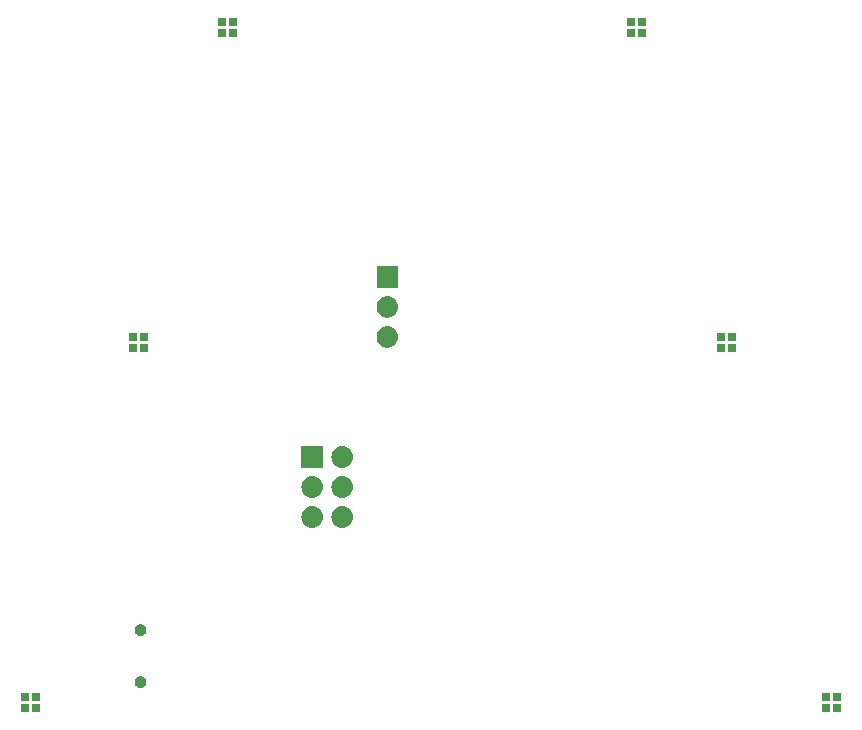
<source format=gbr>
G04 #@! TF.GenerationSoftware,KiCad,Pcbnew,(5.0.2)-1*
G04 #@! TF.CreationDate,2020-06-10T19:39:16-05:00*
G04 #@! TF.ProjectId,Base_Hardware,42617365-5f48-4617-9264-776172652e6b,rev?*
G04 #@! TF.SameCoordinates,Original*
G04 #@! TF.FileFunction,Soldermask,Bot*
G04 #@! TF.FilePolarity,Negative*
%FSLAX46Y46*%
G04 Gerber Fmt 4.6, Leading zero omitted, Abs format (unit mm)*
G04 Created by KiCad (PCBNEW (5.0.2)-1) date 6/10/2020 7:39:16 PM*
%MOMM*%
%LPD*%
G01*
G04 APERTURE LIST*
%ADD10C,0.100000*%
G04 APERTURE END LIST*
D10*
G36*
X176856000Y-125736000D02*
X176204000Y-125736000D01*
X176204000Y-125084000D01*
X176856000Y-125084000D01*
X176856000Y-125736000D01*
X176856000Y-125736000D01*
G37*
G36*
X175906000Y-125736000D02*
X175254000Y-125736000D01*
X175254000Y-125084000D01*
X175906000Y-125084000D01*
X175906000Y-125736000D01*
X175906000Y-125736000D01*
G37*
G36*
X109038000Y-125736000D02*
X108386000Y-125736000D01*
X108386000Y-125084000D01*
X109038000Y-125084000D01*
X109038000Y-125736000D01*
X109038000Y-125736000D01*
G37*
G36*
X108088000Y-125736000D02*
X107436000Y-125736000D01*
X107436000Y-125084000D01*
X108088000Y-125084000D01*
X108088000Y-125736000D01*
X108088000Y-125736000D01*
G37*
G36*
X109038000Y-124786000D02*
X108386000Y-124786000D01*
X108386000Y-124134000D01*
X109038000Y-124134000D01*
X109038000Y-124786000D01*
X109038000Y-124786000D01*
G37*
G36*
X108088000Y-124786000D02*
X107436000Y-124786000D01*
X107436000Y-124134000D01*
X108088000Y-124134000D01*
X108088000Y-124786000D01*
X108088000Y-124786000D01*
G37*
G36*
X175906000Y-124786000D02*
X175254000Y-124786000D01*
X175254000Y-124134000D01*
X175906000Y-124134000D01*
X175906000Y-124786000D01*
X175906000Y-124786000D01*
G37*
G36*
X176856000Y-124786000D02*
X176204000Y-124786000D01*
X176204000Y-124134000D01*
X176856000Y-124134000D01*
X176856000Y-124786000D01*
X176856000Y-124786000D01*
G37*
G36*
X117692136Y-122698253D02*
X117783312Y-122736019D01*
X117865372Y-122790850D01*
X117935150Y-122860628D01*
X117989981Y-122942688D01*
X118027747Y-123033864D01*
X118047000Y-123130656D01*
X118047000Y-123229344D01*
X118027747Y-123326136D01*
X117989981Y-123417312D01*
X117935150Y-123499372D01*
X117865372Y-123569150D01*
X117783312Y-123623981D01*
X117692136Y-123661747D01*
X117595344Y-123681000D01*
X117496656Y-123681000D01*
X117399864Y-123661747D01*
X117308688Y-123623981D01*
X117226628Y-123569150D01*
X117156850Y-123499372D01*
X117102019Y-123417312D01*
X117064253Y-123326136D01*
X117045000Y-123229344D01*
X117045000Y-123130656D01*
X117064253Y-123033864D01*
X117102019Y-122942688D01*
X117156850Y-122860628D01*
X117226628Y-122790850D01*
X117308688Y-122736019D01*
X117399864Y-122698253D01*
X117496656Y-122679000D01*
X117595344Y-122679000D01*
X117692136Y-122698253D01*
X117692136Y-122698253D01*
G37*
G36*
X117692136Y-118298253D02*
X117783312Y-118336019D01*
X117865372Y-118390850D01*
X117935150Y-118460628D01*
X117989981Y-118542688D01*
X118027747Y-118633864D01*
X118047000Y-118730656D01*
X118047000Y-118829344D01*
X118027747Y-118926136D01*
X117989981Y-119017312D01*
X117935150Y-119099372D01*
X117865372Y-119169150D01*
X117783312Y-119223981D01*
X117692136Y-119261747D01*
X117595344Y-119281000D01*
X117496656Y-119281000D01*
X117399864Y-119261747D01*
X117308688Y-119223981D01*
X117226628Y-119169150D01*
X117156850Y-119099372D01*
X117102019Y-119017312D01*
X117064253Y-118926136D01*
X117045000Y-118829344D01*
X117045000Y-118730656D01*
X117064253Y-118633864D01*
X117102019Y-118542688D01*
X117156850Y-118460628D01*
X117226628Y-118390850D01*
X117308688Y-118336019D01*
X117399864Y-118298253D01*
X117496656Y-118279000D01*
X117595344Y-118279000D01*
X117692136Y-118298253D01*
X117692136Y-118298253D01*
G37*
G36*
X134799294Y-108318633D02*
X134971694Y-108370931D01*
X134971696Y-108370932D01*
X135130583Y-108455859D01*
X135130585Y-108455860D01*
X135130584Y-108455860D01*
X135269849Y-108570151D01*
X135384140Y-108709416D01*
X135469069Y-108868306D01*
X135521367Y-109040706D01*
X135539025Y-109220000D01*
X135521367Y-109399294D01*
X135469069Y-109571694D01*
X135469068Y-109571696D01*
X135384141Y-109730583D01*
X135269849Y-109869849D01*
X135130583Y-109984141D01*
X134971696Y-110069068D01*
X134971694Y-110069069D01*
X134799294Y-110121367D01*
X134664931Y-110134600D01*
X134575069Y-110134600D01*
X134440706Y-110121367D01*
X134268306Y-110069069D01*
X134268304Y-110069068D01*
X134109417Y-109984141D01*
X133970151Y-109869849D01*
X133855859Y-109730583D01*
X133770932Y-109571696D01*
X133770931Y-109571694D01*
X133718633Y-109399294D01*
X133700975Y-109220000D01*
X133718633Y-109040706D01*
X133770931Y-108868306D01*
X133855860Y-108709416D01*
X133970151Y-108570151D01*
X134109416Y-108455860D01*
X134109415Y-108455860D01*
X134109417Y-108455859D01*
X134268304Y-108370932D01*
X134268306Y-108370931D01*
X134440706Y-108318633D01*
X134575069Y-108305400D01*
X134664931Y-108305400D01*
X134799294Y-108318633D01*
X134799294Y-108318633D01*
G37*
G36*
X132259294Y-108318633D02*
X132431694Y-108370931D01*
X132431696Y-108370932D01*
X132590583Y-108455859D01*
X132590585Y-108455860D01*
X132590584Y-108455860D01*
X132729849Y-108570151D01*
X132844140Y-108709416D01*
X132929069Y-108868306D01*
X132981367Y-109040706D01*
X132999025Y-109220000D01*
X132981367Y-109399294D01*
X132929069Y-109571694D01*
X132929068Y-109571696D01*
X132844141Y-109730583D01*
X132729849Y-109869849D01*
X132590583Y-109984141D01*
X132431696Y-110069068D01*
X132431694Y-110069069D01*
X132259294Y-110121367D01*
X132124931Y-110134600D01*
X132035069Y-110134600D01*
X131900706Y-110121367D01*
X131728306Y-110069069D01*
X131728304Y-110069068D01*
X131569417Y-109984141D01*
X131430151Y-109869849D01*
X131315859Y-109730583D01*
X131230932Y-109571696D01*
X131230931Y-109571694D01*
X131178633Y-109399294D01*
X131160975Y-109220000D01*
X131178633Y-109040706D01*
X131230931Y-108868306D01*
X131315860Y-108709416D01*
X131430151Y-108570151D01*
X131569416Y-108455860D01*
X131569415Y-108455860D01*
X131569417Y-108455859D01*
X131728304Y-108370932D01*
X131728306Y-108370931D01*
X131900706Y-108318633D01*
X132035069Y-108305400D01*
X132124931Y-108305400D01*
X132259294Y-108318633D01*
X132259294Y-108318633D01*
G37*
G36*
X134799294Y-105778633D02*
X134971694Y-105830931D01*
X134971696Y-105830932D01*
X135130583Y-105915859D01*
X135130585Y-105915860D01*
X135130584Y-105915860D01*
X135269849Y-106030151D01*
X135384140Y-106169416D01*
X135469069Y-106328306D01*
X135521367Y-106500706D01*
X135539025Y-106680000D01*
X135521367Y-106859294D01*
X135469069Y-107031694D01*
X135469068Y-107031696D01*
X135384141Y-107190583D01*
X135269849Y-107329849D01*
X135130583Y-107444141D01*
X134971696Y-107529068D01*
X134971694Y-107529069D01*
X134799294Y-107581367D01*
X134664931Y-107594600D01*
X134575069Y-107594600D01*
X134440706Y-107581367D01*
X134268306Y-107529069D01*
X134268304Y-107529068D01*
X134109417Y-107444141D01*
X133970151Y-107329849D01*
X133855859Y-107190583D01*
X133770932Y-107031696D01*
X133770931Y-107031694D01*
X133718633Y-106859294D01*
X133700975Y-106680000D01*
X133718633Y-106500706D01*
X133770931Y-106328306D01*
X133855860Y-106169416D01*
X133970151Y-106030151D01*
X134109416Y-105915860D01*
X134109415Y-105915860D01*
X134109417Y-105915859D01*
X134268304Y-105830932D01*
X134268306Y-105830931D01*
X134440706Y-105778633D01*
X134575069Y-105765400D01*
X134664931Y-105765400D01*
X134799294Y-105778633D01*
X134799294Y-105778633D01*
G37*
G36*
X132259294Y-105778633D02*
X132431694Y-105830931D01*
X132431696Y-105830932D01*
X132590583Y-105915859D01*
X132590585Y-105915860D01*
X132590584Y-105915860D01*
X132729849Y-106030151D01*
X132844140Y-106169416D01*
X132929069Y-106328306D01*
X132981367Y-106500706D01*
X132999025Y-106680000D01*
X132981367Y-106859294D01*
X132929069Y-107031694D01*
X132929068Y-107031696D01*
X132844141Y-107190583D01*
X132729849Y-107329849D01*
X132590583Y-107444141D01*
X132431696Y-107529068D01*
X132431694Y-107529069D01*
X132259294Y-107581367D01*
X132124931Y-107594600D01*
X132035069Y-107594600D01*
X131900706Y-107581367D01*
X131728306Y-107529069D01*
X131728304Y-107529068D01*
X131569417Y-107444141D01*
X131430151Y-107329849D01*
X131315859Y-107190583D01*
X131230932Y-107031696D01*
X131230931Y-107031694D01*
X131178633Y-106859294D01*
X131160975Y-106680000D01*
X131178633Y-106500706D01*
X131230931Y-106328306D01*
X131315860Y-106169416D01*
X131430151Y-106030151D01*
X131569416Y-105915860D01*
X131569415Y-105915860D01*
X131569417Y-105915859D01*
X131728304Y-105830932D01*
X131728306Y-105830931D01*
X131900706Y-105778633D01*
X132035069Y-105765400D01*
X132124931Y-105765400D01*
X132259294Y-105778633D01*
X132259294Y-105778633D01*
G37*
G36*
X134799294Y-103238633D02*
X134971694Y-103290931D01*
X134971696Y-103290932D01*
X135130583Y-103375859D01*
X135130585Y-103375860D01*
X135130584Y-103375860D01*
X135269849Y-103490151D01*
X135384140Y-103629416D01*
X135469069Y-103788306D01*
X135521367Y-103960706D01*
X135539025Y-104140000D01*
X135521367Y-104319294D01*
X135469069Y-104491694D01*
X135469068Y-104491696D01*
X135384141Y-104650583D01*
X135269849Y-104789849D01*
X135130583Y-104904141D01*
X134971696Y-104989068D01*
X134971694Y-104989069D01*
X134799294Y-105041367D01*
X134664931Y-105054600D01*
X134575069Y-105054600D01*
X134440706Y-105041367D01*
X134268306Y-104989069D01*
X134268304Y-104989068D01*
X134109417Y-104904141D01*
X133970151Y-104789849D01*
X133855859Y-104650583D01*
X133770932Y-104491696D01*
X133770931Y-104491694D01*
X133718633Y-104319294D01*
X133700975Y-104140000D01*
X133718633Y-103960706D01*
X133770931Y-103788306D01*
X133855860Y-103629416D01*
X133970151Y-103490151D01*
X134109416Y-103375860D01*
X134109415Y-103375860D01*
X134109417Y-103375859D01*
X134268304Y-103290932D01*
X134268306Y-103290931D01*
X134440706Y-103238633D01*
X134575069Y-103225400D01*
X134664931Y-103225400D01*
X134799294Y-103238633D01*
X134799294Y-103238633D01*
G37*
G36*
X132994600Y-105054600D02*
X131165400Y-105054600D01*
X131165400Y-103225400D01*
X132994600Y-103225400D01*
X132994600Y-105054600D01*
X132994600Y-105054600D01*
G37*
G36*
X117232000Y-95256000D02*
X116580000Y-95256000D01*
X116580000Y-94604000D01*
X117232000Y-94604000D01*
X117232000Y-95256000D01*
X117232000Y-95256000D01*
G37*
G36*
X118182000Y-95256000D02*
X117530000Y-95256000D01*
X117530000Y-94604000D01*
X118182000Y-94604000D01*
X118182000Y-95256000D01*
X118182000Y-95256000D01*
G37*
G36*
X167016000Y-95245800D02*
X166364000Y-95245800D01*
X166364000Y-94593800D01*
X167016000Y-94593800D01*
X167016000Y-95245800D01*
X167016000Y-95245800D01*
G37*
G36*
X167966000Y-95245800D02*
X167314000Y-95245800D01*
X167314000Y-94593800D01*
X167966000Y-94593800D01*
X167966000Y-95245800D01*
X167966000Y-95245800D01*
G37*
G36*
X138540443Y-93085519D02*
X138606627Y-93092037D01*
X138719853Y-93126384D01*
X138776467Y-93143557D01*
X138915087Y-93217652D01*
X138932991Y-93227222D01*
X138968729Y-93256552D01*
X139070186Y-93339814D01*
X139153448Y-93441271D01*
X139182778Y-93477009D01*
X139182779Y-93477011D01*
X139266443Y-93633533D01*
X139266443Y-93633534D01*
X139317963Y-93803373D01*
X139335359Y-93980000D01*
X139317963Y-94156627D01*
X139283616Y-94269853D01*
X139266443Y-94326467D01*
X139192348Y-94465087D01*
X139182778Y-94482991D01*
X139153448Y-94518729D01*
X139070186Y-94620186D01*
X138968729Y-94703448D01*
X138932991Y-94732778D01*
X138932989Y-94732779D01*
X138776467Y-94816443D01*
X138719853Y-94833616D01*
X138606627Y-94867963D01*
X138540443Y-94874481D01*
X138474260Y-94881000D01*
X138385740Y-94881000D01*
X138319557Y-94874481D01*
X138253373Y-94867963D01*
X138140147Y-94833616D01*
X138083533Y-94816443D01*
X137927011Y-94732779D01*
X137927009Y-94732778D01*
X137891271Y-94703448D01*
X137789814Y-94620186D01*
X137706552Y-94518729D01*
X137677222Y-94482991D01*
X137667652Y-94465087D01*
X137593557Y-94326467D01*
X137576384Y-94269853D01*
X137542037Y-94156627D01*
X137524641Y-93980000D01*
X137542037Y-93803373D01*
X137593557Y-93633534D01*
X137593557Y-93633533D01*
X137677221Y-93477011D01*
X137677222Y-93477009D01*
X137706552Y-93441271D01*
X137789814Y-93339814D01*
X137891271Y-93256552D01*
X137927009Y-93227222D01*
X137944913Y-93217652D01*
X138083533Y-93143557D01*
X138140147Y-93126384D01*
X138253373Y-93092037D01*
X138319557Y-93085519D01*
X138385740Y-93079000D01*
X138474260Y-93079000D01*
X138540443Y-93085519D01*
X138540443Y-93085519D01*
G37*
G36*
X118182000Y-94306000D02*
X117530000Y-94306000D01*
X117530000Y-93654000D01*
X118182000Y-93654000D01*
X118182000Y-94306000D01*
X118182000Y-94306000D01*
G37*
G36*
X117232000Y-94306000D02*
X116580000Y-94306000D01*
X116580000Y-93654000D01*
X117232000Y-93654000D01*
X117232000Y-94306000D01*
X117232000Y-94306000D01*
G37*
G36*
X167016000Y-94295800D02*
X166364000Y-94295800D01*
X166364000Y-93643800D01*
X167016000Y-93643800D01*
X167016000Y-94295800D01*
X167016000Y-94295800D01*
G37*
G36*
X167966000Y-94295800D02*
X167314000Y-94295800D01*
X167314000Y-93643800D01*
X167966000Y-93643800D01*
X167966000Y-94295800D01*
X167966000Y-94295800D01*
G37*
G36*
X138540443Y-90545519D02*
X138606627Y-90552037D01*
X138719853Y-90586384D01*
X138776467Y-90603557D01*
X138915087Y-90677652D01*
X138932991Y-90687222D01*
X138968729Y-90716552D01*
X139070186Y-90799814D01*
X139153448Y-90901271D01*
X139182778Y-90937009D01*
X139182779Y-90937011D01*
X139266443Y-91093533D01*
X139266443Y-91093534D01*
X139317963Y-91263373D01*
X139335359Y-91440000D01*
X139317963Y-91616627D01*
X139283616Y-91729853D01*
X139266443Y-91786467D01*
X139192348Y-91925087D01*
X139182778Y-91942991D01*
X139153448Y-91978729D01*
X139070186Y-92080186D01*
X138968729Y-92163448D01*
X138932991Y-92192778D01*
X138932989Y-92192779D01*
X138776467Y-92276443D01*
X138719853Y-92293616D01*
X138606627Y-92327963D01*
X138540443Y-92334481D01*
X138474260Y-92341000D01*
X138385740Y-92341000D01*
X138319557Y-92334481D01*
X138253373Y-92327963D01*
X138140147Y-92293616D01*
X138083533Y-92276443D01*
X137927011Y-92192779D01*
X137927009Y-92192778D01*
X137891271Y-92163448D01*
X137789814Y-92080186D01*
X137706552Y-91978729D01*
X137677222Y-91942991D01*
X137667652Y-91925087D01*
X137593557Y-91786467D01*
X137576384Y-91729853D01*
X137542037Y-91616627D01*
X137524641Y-91440000D01*
X137542037Y-91263373D01*
X137593557Y-91093534D01*
X137593557Y-91093533D01*
X137677221Y-90937011D01*
X137677222Y-90937009D01*
X137706552Y-90901271D01*
X137789814Y-90799814D01*
X137891271Y-90716552D01*
X137927009Y-90687222D01*
X137944913Y-90677652D01*
X138083533Y-90603557D01*
X138140147Y-90586384D01*
X138253373Y-90552037D01*
X138319557Y-90545519D01*
X138385740Y-90539000D01*
X138474260Y-90539000D01*
X138540443Y-90545519D01*
X138540443Y-90545519D01*
G37*
G36*
X139331000Y-89801000D02*
X137529000Y-89801000D01*
X137529000Y-87999000D01*
X139331000Y-87999000D01*
X139331000Y-89801000D01*
X139331000Y-89801000D01*
G37*
G36*
X125725800Y-68596200D02*
X125073800Y-68596200D01*
X125073800Y-67944200D01*
X125725800Y-67944200D01*
X125725800Y-68596200D01*
X125725800Y-68596200D01*
G37*
G36*
X124775800Y-68596200D02*
X124123800Y-68596200D01*
X124123800Y-67944200D01*
X124775800Y-67944200D01*
X124775800Y-68596200D01*
X124775800Y-68596200D01*
G37*
G36*
X160346000Y-68586000D02*
X159694000Y-68586000D01*
X159694000Y-67934000D01*
X160346000Y-67934000D01*
X160346000Y-68586000D01*
X160346000Y-68586000D01*
G37*
G36*
X159396000Y-68586000D02*
X158744000Y-68586000D01*
X158744000Y-67934000D01*
X159396000Y-67934000D01*
X159396000Y-68586000D01*
X159396000Y-68586000D01*
G37*
G36*
X125725800Y-67646200D02*
X125073800Y-67646200D01*
X125073800Y-66994200D01*
X125725800Y-66994200D01*
X125725800Y-67646200D01*
X125725800Y-67646200D01*
G37*
G36*
X124775800Y-67646200D02*
X124123800Y-67646200D01*
X124123800Y-66994200D01*
X124775800Y-66994200D01*
X124775800Y-67646200D01*
X124775800Y-67646200D01*
G37*
G36*
X159396000Y-67636000D02*
X158744000Y-67636000D01*
X158744000Y-66984000D01*
X159396000Y-66984000D01*
X159396000Y-67636000D01*
X159396000Y-67636000D01*
G37*
G36*
X160346000Y-67636000D02*
X159694000Y-67636000D01*
X159694000Y-66984000D01*
X160346000Y-66984000D01*
X160346000Y-67636000D01*
X160346000Y-67636000D01*
G37*
M02*

</source>
